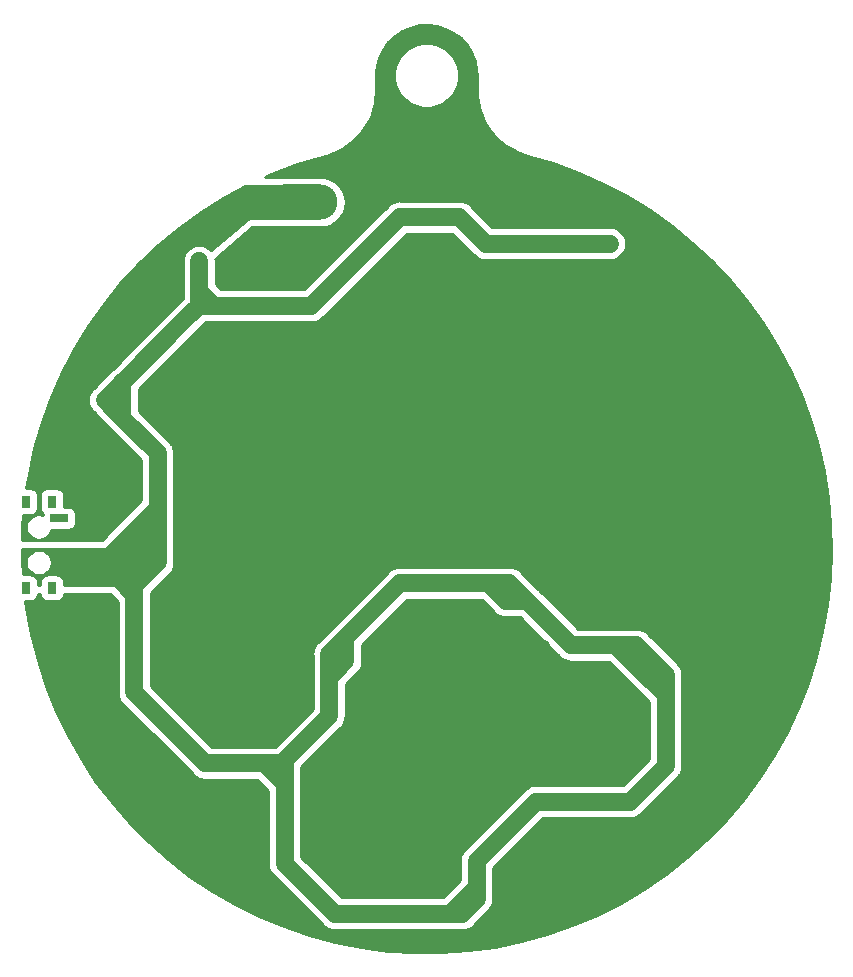
<source format=gbr>
%TF.GenerationSoftware,KiCad,Pcbnew,(5.1.10)-1*%
%TF.CreationDate,2021-10-17T11:09:21+02:00*%
%TF.ProjectId,TVZ_kuglica,54565a5f-6b75-4676-9c69-63612e6b6963,rev?*%
%TF.SameCoordinates,Original*%
%TF.FileFunction,Copper,L2,Bot*%
%TF.FilePolarity,Positive*%
%FSLAX46Y46*%
G04 Gerber Fmt 4.6, Leading zero omitted, Abs format (unit mm)*
G04 Created by KiCad (PCBNEW (5.1.10)-1) date 2021-10-17 11:09:21*
%MOMM*%
%LPD*%
G01*
G04 APERTURE LIST*
%TA.AperFunction,SMDPad,CuDef*%
%ADD10O,6.000000X3.000000*%
%TD*%
%TA.AperFunction,SMDPad,CuDef*%
%ADD11R,1.500000X0.700000*%
%TD*%
%TA.AperFunction,SMDPad,CuDef*%
%ADD12R,0.800000X1.000000*%
%TD*%
%TA.AperFunction,ViaPad*%
%ADD13C,0.800000*%
%TD*%
%TA.AperFunction,Conductor*%
%ADD14C,1.524000*%
%TD*%
%TA.AperFunction,Conductor*%
%ADD15C,0.762000*%
%TD*%
%TA.AperFunction,Conductor*%
%ADD16C,0.254000*%
%TD*%
%TA.AperFunction,Conductor*%
%ADD17C,0.100000*%
%TD*%
G04 APERTURE END LIST*
D10*
%TO.P,BT1,1*%
%TO.N,VCC*%
X126500000Y-70750000D03*
%TO.P,BT1,2*%
%TO.N,GND*%
X145500000Y-70750000D03*
%TD*%
D11*
%TO.P,SW1,1*%
%TO.N,Net-(D1-Pad1)*%
X105930000Y-102000000D03*
%TO.P,SW1,2*%
%TO.N,VCC*%
X105930000Y-99000000D03*
%TO.P,SW1,3*%
%TO.N,Net-(SW1-Pad3)*%
X105930000Y-97500000D03*
D12*
%TO.P,SW1,*%
%TO.N,*%
X103070000Y-103400000D03*
X103070000Y-96100000D03*
X105280000Y-96100000D03*
X105280000Y-103400000D03*
%TD*%
D13*
%TO.N,Net-(D1-Pad1)*%
X144000000Y-103000000D03*
X157250000Y-110750000D03*
X141250000Y-129750000D03*
X109750000Y-87500000D03*
X117750000Y-75750000D03*
X132500000Y-74250000D03*
X152500000Y-74250000D03*
X128750000Y-109000000D03*
X114250000Y-101250000D03*
X115000000Y-115000000D03*
X125000000Y-126750000D03*
%TO.N,GND*%
X118500000Y-126000000D03*
X134750000Y-125750000D03*
X135000000Y-133000000D03*
X145250000Y-126250000D03*
X153750000Y-127750000D03*
X154250000Y-77250000D03*
X130750000Y-73250000D03*
X120250000Y-84000000D03*
X126250000Y-93250000D03*
X120250000Y-105250000D03*
X128250000Y-104000000D03*
X108000000Y-107250000D03*
X118000000Y-110250000D03*
X138000000Y-112250000D03*
X149750000Y-117000000D03*
X147000000Y-108250000D03*
X165000000Y-105250000D03*
X161250000Y-117250000D03*
X155250000Y-97750000D03*
X157750000Y-90000000D03*
X139750000Y-94750000D03*
X161250000Y-110750000D03*
X132750000Y-109000000D03*
X148000000Y-103000000D03*
X119000000Y-115000000D03*
X118250000Y-101250000D03*
X145250000Y-129750000D03*
X113750000Y-87500000D03*
X136500000Y-74250000D03*
X156500000Y-74250000D03*
X121750000Y-75750000D03*
X129000000Y-126750000D03*
%TD*%
D14*
%TO.N,Net-(D1-Pad1)*%
X115000000Y-115000000D02*
X112250000Y-112250000D01*
X112250000Y-112250000D02*
X112250000Y-103250000D01*
X112250000Y-103250000D02*
X114250000Y-101250000D01*
X114250000Y-95250000D02*
X114250000Y-92000000D01*
X111250000Y-86000000D02*
X111375000Y-85875000D01*
X111375000Y-85875000D02*
X116750000Y-80500000D01*
X109750000Y-87500000D02*
X111375000Y-85875000D01*
X111250000Y-89000000D02*
X111250000Y-86000000D01*
X114250000Y-92000000D02*
X111250000Y-89000000D01*
X111250000Y-89000000D02*
X109750000Y-87500000D01*
X145500000Y-104500000D02*
X143750000Y-104500000D01*
X142250000Y-103000000D02*
X134750000Y-103000000D01*
X143750000Y-104500000D02*
X142250000Y-103000000D01*
X144000000Y-103000000D02*
X142250000Y-103000000D01*
X145500000Y-104500000D02*
X144000000Y-103000000D01*
X128750000Y-114250000D02*
X124750000Y-118250000D01*
X118250000Y-118250000D02*
X115000000Y-115000000D01*
X130125000Y-109625000D02*
X128750000Y-111000000D01*
X128750000Y-111000000D02*
X128750000Y-114250000D01*
X128750000Y-109000000D02*
X128750000Y-111000000D01*
X134750000Y-103000000D02*
X130125000Y-107625000D01*
X130125000Y-107625000D02*
X130125000Y-109625000D01*
X130125000Y-107625000D02*
X128750000Y-109000000D01*
X134750000Y-72000000D02*
X132500000Y-74250000D01*
X139750000Y-72000000D02*
X134750000Y-72000000D01*
X142000000Y-74250000D02*
X139750000Y-72000000D01*
X152500000Y-74250000D02*
X142000000Y-74250000D01*
X117750000Y-79500000D02*
X116750000Y-80500000D01*
X127250000Y-79500000D02*
X132500000Y-74250000D01*
X119000000Y-79500000D02*
X117750000Y-78250000D01*
X119500000Y-79500000D02*
X119000000Y-79500000D01*
X117750000Y-75750000D02*
X117750000Y-78250000D01*
X117750000Y-79500000D02*
X119500000Y-79500000D01*
X117750000Y-78250000D02*
X117750000Y-79500000D01*
X119500000Y-79500000D02*
X127250000Y-79500000D01*
X141250000Y-126500000D02*
X146250000Y-121500000D01*
X146250000Y-121500000D02*
X154250000Y-121500000D01*
X154250000Y-121500000D02*
X157250000Y-118500000D01*
X157250000Y-112500000D02*
X157250000Y-110750000D01*
X157250000Y-118500000D02*
X157250000Y-112500000D01*
X157250000Y-110750000D02*
X154750000Y-108250000D01*
X149250000Y-108250000D02*
X147750000Y-106750000D01*
X147750000Y-106750000D02*
X145500000Y-104500000D01*
X157250000Y-112500000D02*
X153000000Y-108250000D01*
X153000000Y-108250000D02*
X149250000Y-108250000D01*
X154750000Y-108250000D02*
X153000000Y-108250000D01*
X112250000Y-101250000D02*
X114250000Y-99250000D01*
X112250000Y-103250000D02*
X112250000Y-101250000D01*
X114250000Y-99250000D02*
X114250000Y-95250000D01*
X114250000Y-101250000D02*
X114250000Y-99250000D01*
X125000000Y-118500000D02*
X124750000Y-118250000D01*
X123250000Y-118250000D02*
X125000000Y-120000000D01*
X125000000Y-120000000D02*
X125000000Y-118500000D01*
X124750000Y-118250000D02*
X123250000Y-118250000D01*
X125000000Y-126750000D02*
X125000000Y-120000000D01*
X123250000Y-118250000D02*
X118250000Y-118250000D01*
X141250000Y-129750000D02*
X140000000Y-131000000D01*
X129250000Y-131000000D02*
X125000000Y-126750000D01*
X138750000Y-131000000D02*
X139000000Y-131000000D01*
X139000000Y-131000000D02*
X141250000Y-128750000D01*
X141250000Y-128750000D02*
X141250000Y-126500000D01*
X141250000Y-129750000D02*
X141250000Y-128750000D01*
X140000000Y-131000000D02*
X138750000Y-131000000D01*
X138750000Y-131000000D02*
X129250000Y-131000000D01*
D15*
%TO.N,VCC*%
X105930000Y-99000000D02*
X108750000Y-99000000D01*
X108750000Y-99000000D02*
X109750000Y-98000000D01*
X109750000Y-98000000D02*
X109750000Y-94000000D01*
X109750000Y-94000000D02*
X107250000Y-91500000D01*
X107250000Y-91500000D02*
X107250000Y-86000000D01*
X107250000Y-86000000D02*
X113500000Y-79750000D01*
X113500000Y-79750000D02*
X113500000Y-77000000D01*
X119750000Y-70750000D02*
X126500000Y-70750000D01*
X113500000Y-77000000D02*
X119750000Y-70750000D01*
%TD*%
D16*
%TO.N,GND*%
X137886138Y-55831059D02*
X138610388Y-56053867D01*
X139283738Y-56401409D01*
X139884901Y-56862699D01*
X140394872Y-57423149D01*
X140797540Y-58065057D01*
X141080170Y-58768122D01*
X141236190Y-59521513D01*
X141265000Y-60021169D01*
X141265001Y-61306272D01*
X141266298Y-61319440D01*
X141278413Y-61656049D01*
X141278863Y-61659632D01*
X141278707Y-61663242D01*
X141287438Y-61747410D01*
X141429908Y-62624862D01*
X141435629Y-62647269D01*
X141438736Y-62670183D01*
X141462234Y-62751474D01*
X141757835Y-63589830D01*
X141767433Y-63610870D01*
X141774549Y-63632871D01*
X141812059Y-63708691D01*
X141812071Y-63708717D01*
X141812077Y-63708725D01*
X142251461Y-64481476D01*
X142264630Y-64500478D01*
X142275533Y-64520879D01*
X142325894Y-64588881D01*
X142895182Y-65271616D01*
X142911512Y-65287990D01*
X142925851Y-65306132D01*
X142987458Y-65364142D01*
X143668651Y-65935276D01*
X143687625Y-65948502D01*
X143704950Y-65963817D01*
X143775855Y-66010000D01*
X144547423Y-66451478D01*
X144568436Y-66461133D01*
X144588200Y-66473139D01*
X144666163Y-66506036D01*
X145503715Y-66803905D01*
X145508021Y-66805017D01*
X145525587Y-66811299D01*
X145542755Y-66816572D01*
X147746053Y-67464098D01*
X149878711Y-68247813D01*
X151954729Y-69171140D01*
X153965017Y-70230036D01*
X155900673Y-71419812D01*
X157753239Y-72735268D01*
X159514561Y-74170616D01*
X161176886Y-75719540D01*
X162732884Y-77375207D01*
X164175738Y-79130360D01*
X165499106Y-80977290D01*
X166697162Y-82907865D01*
X167764630Y-84913581D01*
X168696830Y-86985643D01*
X169489658Y-89114933D01*
X170139624Y-91292080D01*
X170643873Y-93507517D01*
X171000188Y-95751501D01*
X171207004Y-98014175D01*
X171263407Y-100285560D01*
X171169153Y-102555700D01*
X170924654Y-104814605D01*
X170530986Y-107052337D01*
X169989882Y-109259064D01*
X169303718Y-111425077D01*
X168475512Y-113540851D01*
X167508906Y-115597090D01*
X166408155Y-117584736D01*
X165178083Y-119495080D01*
X163824120Y-121319689D01*
X162352204Y-123050560D01*
X160768823Y-124680064D01*
X159080926Y-126201055D01*
X157295931Y-127606843D01*
X155421695Y-128891239D01*
X153466456Y-130048599D01*
X151438820Y-131073832D01*
X149347702Y-131962428D01*
X147202263Y-132710493D01*
X145011999Y-133314718D01*
X142786467Y-133772464D01*
X140535523Y-134081705D01*
X138269022Y-134241089D01*
X135996953Y-134249911D01*
X133729262Y-134108134D01*
X131475992Y-133816385D01*
X129246983Y-133375938D01*
X127052076Y-132788738D01*
X124900917Y-132057366D01*
X122802939Y-131185029D01*
X120767401Y-130175574D01*
X118803237Y-129033435D01*
X116919085Y-127763634D01*
X115123223Y-126371749D01*
X113423564Y-124863914D01*
X111827572Y-123246751D01*
X110342263Y-121527368D01*
X108974171Y-119713331D01*
X107729304Y-117812605D01*
X106613144Y-115833557D01*
X105630601Y-113784897D01*
X104785986Y-111675609D01*
X104083026Y-109515005D01*
X103524797Y-107312547D01*
X103113763Y-105077935D01*
X103051083Y-104538072D01*
X103470000Y-104538072D01*
X103594482Y-104525812D01*
X103714180Y-104489502D01*
X103824494Y-104430537D01*
X103921185Y-104351185D01*
X104000537Y-104254494D01*
X104059502Y-104144180D01*
X104095812Y-104024482D01*
X104108072Y-103900000D01*
X104108072Y-103885000D01*
X104241928Y-103885000D01*
X104241928Y-103900000D01*
X104254188Y-104024482D01*
X104290498Y-104144180D01*
X104349463Y-104254494D01*
X104428815Y-104351185D01*
X104525506Y-104430537D01*
X104635820Y-104489502D01*
X104755518Y-104525812D01*
X104880000Y-104538072D01*
X105680000Y-104538072D01*
X105804482Y-104525812D01*
X105924180Y-104489502D01*
X106034494Y-104430537D01*
X106131185Y-104351185D01*
X106210537Y-104254494D01*
X106269502Y-104144180D01*
X106305812Y-104024482D01*
X106318072Y-103900000D01*
X106318072Y-103885000D01*
X110211858Y-103885000D01*
X110853001Y-104617735D01*
X110853000Y-112181375D01*
X110846241Y-112250000D01*
X110860387Y-112393622D01*
X110873214Y-112523859D01*
X110953096Y-112787194D01*
X111082817Y-113029886D01*
X111257392Y-113242607D01*
X111310704Y-113286359D01*
X114060696Y-116036353D01*
X114060707Y-116036362D01*
X117213645Y-119189302D01*
X117257392Y-119242608D01*
X117470113Y-119417183D01*
X117712805Y-119546904D01*
X117954215Y-119620135D01*
X117976140Y-119626786D01*
X118249999Y-119653759D01*
X118318624Y-119647000D01*
X122671345Y-119647000D01*
X123603001Y-120578657D01*
X123603000Y-126681375D01*
X123596241Y-126750000D01*
X123603000Y-126818624D01*
X123623214Y-127023859D01*
X123703096Y-127287194D01*
X123832817Y-127529886D01*
X124007392Y-127742607D01*
X124060705Y-127786360D01*
X128213641Y-131939297D01*
X128257392Y-131992608D01*
X128432381Y-132136217D01*
X128470113Y-132167183D01*
X128712804Y-132296904D01*
X128976140Y-132376786D01*
X129250000Y-132403759D01*
X129318625Y-132397000D01*
X138931375Y-132397000D01*
X139000000Y-132403759D01*
X139068625Y-132397000D01*
X139931375Y-132397000D01*
X140000000Y-132403759D01*
X140068625Y-132397000D01*
X140273860Y-132376786D01*
X140537195Y-132296904D01*
X140779887Y-132167183D01*
X140992608Y-131992608D01*
X141036364Y-131939292D01*
X142189301Y-130786355D01*
X142242607Y-130742608D01*
X142417183Y-130529887D01*
X142546904Y-130287195D01*
X142626786Y-130023860D01*
X142647000Y-129818625D01*
X142647000Y-129818624D01*
X142653759Y-129750000D01*
X142647000Y-129681375D01*
X142647000Y-128818633D01*
X142653760Y-128750000D01*
X142647000Y-128681368D01*
X142647000Y-127078655D01*
X146828656Y-122897000D01*
X154181375Y-122897000D01*
X154250000Y-122903759D01*
X154318625Y-122897000D01*
X154523860Y-122876786D01*
X154787195Y-122796904D01*
X155029887Y-122667183D01*
X155242608Y-122492608D01*
X155286364Y-122439291D01*
X158189303Y-119536353D01*
X158242607Y-119492608D01*
X158417183Y-119279887D01*
X158437109Y-119242608D01*
X158546904Y-119037196D01*
X158626786Y-118773860D01*
X158653759Y-118500000D01*
X158647000Y-118431375D01*
X158647000Y-112568624D01*
X158653759Y-112500000D01*
X158647000Y-112431375D01*
X158647000Y-110818625D01*
X158653759Y-110750000D01*
X158626786Y-110476140D01*
X158612106Y-110427746D01*
X158546904Y-110212805D01*
X158417183Y-109970113D01*
X158242608Y-109757392D01*
X158189296Y-109713641D01*
X155786364Y-107310709D01*
X155742608Y-107257392D01*
X155529887Y-107082817D01*
X155287195Y-106953096D01*
X155023860Y-106873214D01*
X154818625Y-106853000D01*
X154750000Y-106846241D01*
X154681375Y-106853000D01*
X153068625Y-106853000D01*
X153000000Y-106846241D01*
X152931375Y-106853000D01*
X149828656Y-106853000D01*
X148786357Y-105810702D01*
X148786353Y-105810697D01*
X146536364Y-103560709D01*
X146492608Y-103507392D01*
X146439302Y-103463645D01*
X145036363Y-102060708D01*
X144992608Y-102007392D01*
X144779887Y-101832817D01*
X144537195Y-101703096D01*
X144273860Y-101623214D01*
X144068625Y-101603000D01*
X144000000Y-101596241D01*
X143931375Y-101603000D01*
X142318625Y-101603000D01*
X142250000Y-101596241D01*
X142181375Y-101603000D01*
X134818625Y-101603000D01*
X134750000Y-101596241D01*
X134476140Y-101623214D01*
X134212804Y-101703096D01*
X134143283Y-101740256D01*
X133970113Y-101832817D01*
X133757392Y-102007392D01*
X133713641Y-102060703D01*
X129185705Y-106588640D01*
X129132392Y-106632393D01*
X129088646Y-106685698D01*
X127810704Y-107963641D01*
X127757392Y-108007393D01*
X127582817Y-108220114D01*
X127453096Y-108462806D01*
X127406138Y-108617607D01*
X127373214Y-108726141D01*
X127346241Y-109000000D01*
X127353000Y-109068625D01*
X127353001Y-110931366D01*
X127346241Y-111000000D01*
X127353000Y-111068625D01*
X127353001Y-113671342D01*
X124171345Y-116853000D01*
X123318625Y-116853000D01*
X123250000Y-116846241D01*
X123181375Y-116853000D01*
X118828657Y-116853000D01*
X116036362Y-114060707D01*
X116036353Y-114060696D01*
X113647000Y-111671345D01*
X113647000Y-103828655D01*
X115189306Y-102286351D01*
X115242607Y-102242608D01*
X115287819Y-102187518D01*
X115381954Y-102072813D01*
X115417183Y-102029887D01*
X115546904Y-101787195D01*
X115626786Y-101523860D01*
X115647000Y-101318625D01*
X115647000Y-101318624D01*
X115653759Y-101250001D01*
X115647000Y-101181375D01*
X115647000Y-99318624D01*
X115653759Y-99250001D01*
X115647000Y-99181375D01*
X115647000Y-92068625D01*
X115653759Y-92000000D01*
X115637171Y-91831575D01*
X115626786Y-91726140D01*
X115573325Y-91549902D01*
X115546904Y-91462804D01*
X115417183Y-91220113D01*
X115409539Y-91210799D01*
X115242608Y-91007392D01*
X115189297Y-90963641D01*
X112647000Y-88421345D01*
X112647000Y-86578655D01*
X117786353Y-81439303D01*
X117786357Y-81439298D01*
X118328656Y-80897000D01*
X118931375Y-80897000D01*
X119000000Y-80903759D01*
X119068625Y-80897000D01*
X127181375Y-80897000D01*
X127250000Y-80903759D01*
X127318625Y-80897000D01*
X127523860Y-80876786D01*
X127787195Y-80796904D01*
X128029887Y-80667183D01*
X128242608Y-80492608D01*
X128286364Y-80439291D01*
X133536353Y-75189304D01*
X133536362Y-75189293D01*
X135328656Y-73397000D01*
X139171345Y-73397000D01*
X140963641Y-75189296D01*
X141007392Y-75242608D01*
X141220112Y-75417182D01*
X141220113Y-75417183D01*
X141462804Y-75546904D01*
X141726140Y-75626786D01*
X142000000Y-75653760D01*
X142068632Y-75647000D01*
X152568625Y-75647000D01*
X152773860Y-75626786D01*
X153037195Y-75546904D01*
X153279887Y-75417183D01*
X153492608Y-75242608D01*
X153667183Y-75029887D01*
X153796904Y-74787195D01*
X153876786Y-74523860D01*
X153903759Y-74250000D01*
X153876786Y-73976140D01*
X153796904Y-73712805D01*
X153667183Y-73470113D01*
X153492608Y-73257392D01*
X153279887Y-73082817D01*
X153037195Y-72953096D01*
X152773860Y-72873214D01*
X152568625Y-72853000D01*
X142578656Y-72853000D01*
X140786364Y-71060709D01*
X140742608Y-71007392D01*
X140529887Y-70832817D01*
X140287195Y-70703096D01*
X140023860Y-70623214D01*
X139818625Y-70603000D01*
X139750000Y-70596241D01*
X139681375Y-70603000D01*
X134818632Y-70603000D01*
X134750000Y-70596240D01*
X134476140Y-70623214D01*
X134212804Y-70703096D01*
X134018967Y-70806704D01*
X133970113Y-70832817D01*
X133757392Y-71007392D01*
X133713641Y-71060704D01*
X131560707Y-73213638D01*
X131560696Y-73213647D01*
X126671345Y-78103000D01*
X119578656Y-78103000D01*
X119147000Y-77671345D01*
X119147000Y-75681375D01*
X119133413Y-75543420D01*
X122234902Y-72885000D01*
X128104882Y-72885000D01*
X128418533Y-72854108D01*
X128820982Y-72732026D01*
X129191881Y-72533777D01*
X129516977Y-72266977D01*
X129783777Y-71941881D01*
X129982026Y-71570982D01*
X130104108Y-71168533D01*
X130145330Y-70750000D01*
X130104108Y-70331467D01*
X129982026Y-69929018D01*
X129783777Y-69558119D01*
X129516977Y-69233023D01*
X129191881Y-68966223D01*
X128820982Y-68767974D01*
X128418533Y-68645892D01*
X128104882Y-68615000D01*
X123288837Y-68615000D01*
X123875077Y-68348792D01*
X126001593Y-67548534D01*
X128186747Y-66887862D01*
X128436510Y-66822338D01*
X128452528Y-66817563D01*
X128459226Y-66815987D01*
X128804024Y-66713600D01*
X128807380Y-66712269D01*
X128810916Y-66711517D01*
X128890228Y-66682021D01*
X129704199Y-66324712D01*
X129724464Y-66313571D01*
X129745874Y-66304834D01*
X129818696Y-66261767D01*
X129818710Y-66261759D01*
X129818715Y-66261755D01*
X130556543Y-65765956D01*
X130574511Y-65751406D01*
X130594041Y-65739012D01*
X130658097Y-65683720D01*
X131296470Y-65065093D01*
X131311582Y-65047586D01*
X131328603Y-65031934D01*
X131381840Y-64966192D01*
X131381856Y-64966173D01*
X131381861Y-64966165D01*
X131900590Y-64244277D01*
X131912363Y-64224370D01*
X131926343Y-64205952D01*
X131967109Y-64131800D01*
X132349809Y-63329453D01*
X132357869Y-63307780D01*
X132368369Y-63287173D01*
X132395359Y-63206974D01*
X132629927Y-62349538D01*
X132634022Y-62326778D01*
X132640706Y-62304640D01*
X132653067Y-62220928D01*
X132731782Y-61338949D01*
X132735000Y-61306272D01*
X132735000Y-60032731D01*
X132762021Y-59729963D01*
X134258266Y-59729963D01*
X134258266Y-60270037D01*
X134363629Y-60799734D01*
X134570307Y-61298698D01*
X134870356Y-61747753D01*
X135252247Y-62129644D01*
X135701302Y-62429693D01*
X136200266Y-62636371D01*
X136729963Y-62741734D01*
X137270037Y-62741734D01*
X137799734Y-62636371D01*
X138298698Y-62429693D01*
X138747753Y-62129644D01*
X139129644Y-61747753D01*
X139429693Y-61298698D01*
X139636371Y-60799734D01*
X139741734Y-60270037D01*
X139741734Y-59729963D01*
X139636371Y-59200266D01*
X139429693Y-58701302D01*
X139129644Y-58252247D01*
X138747753Y-57870356D01*
X138298698Y-57570307D01*
X137799734Y-57363629D01*
X137270037Y-57258266D01*
X136729963Y-57258266D01*
X136200266Y-57363629D01*
X135701302Y-57570307D01*
X135252247Y-57870356D01*
X134870356Y-58252247D01*
X134570307Y-58701302D01*
X134363629Y-59200266D01*
X134258266Y-59729963D01*
X132762021Y-59729963D01*
X132805281Y-59245253D01*
X133005231Y-58514357D01*
X133331450Y-57830425D01*
X133773626Y-57215072D01*
X134317789Y-56687741D01*
X134946726Y-56265114D01*
X135640570Y-55960537D01*
X136377386Y-55783643D01*
X137133871Y-55740024D01*
X137886138Y-55831059D01*
%TA.AperFunction,Conductor*%
D17*
G36*
X137886138Y-55831059D02*
G01*
X138610388Y-56053867D01*
X139283738Y-56401409D01*
X139884901Y-56862699D01*
X140394872Y-57423149D01*
X140797540Y-58065057D01*
X141080170Y-58768122D01*
X141236190Y-59521513D01*
X141265000Y-60021169D01*
X141265001Y-61306272D01*
X141266298Y-61319440D01*
X141278413Y-61656049D01*
X141278863Y-61659632D01*
X141278707Y-61663242D01*
X141287438Y-61747410D01*
X141429908Y-62624862D01*
X141435629Y-62647269D01*
X141438736Y-62670183D01*
X141462234Y-62751474D01*
X141757835Y-63589830D01*
X141767433Y-63610870D01*
X141774549Y-63632871D01*
X141812059Y-63708691D01*
X141812071Y-63708717D01*
X141812077Y-63708725D01*
X142251461Y-64481476D01*
X142264630Y-64500478D01*
X142275533Y-64520879D01*
X142325894Y-64588881D01*
X142895182Y-65271616D01*
X142911512Y-65287990D01*
X142925851Y-65306132D01*
X142987458Y-65364142D01*
X143668651Y-65935276D01*
X143687625Y-65948502D01*
X143704950Y-65963817D01*
X143775855Y-66010000D01*
X144547423Y-66451478D01*
X144568436Y-66461133D01*
X144588200Y-66473139D01*
X144666163Y-66506036D01*
X145503715Y-66803905D01*
X145508021Y-66805017D01*
X145525587Y-66811299D01*
X145542755Y-66816572D01*
X147746053Y-67464098D01*
X149878711Y-68247813D01*
X151954729Y-69171140D01*
X153965017Y-70230036D01*
X155900673Y-71419812D01*
X157753239Y-72735268D01*
X159514561Y-74170616D01*
X161176886Y-75719540D01*
X162732884Y-77375207D01*
X164175738Y-79130360D01*
X165499106Y-80977290D01*
X166697162Y-82907865D01*
X167764630Y-84913581D01*
X168696830Y-86985643D01*
X169489658Y-89114933D01*
X170139624Y-91292080D01*
X170643873Y-93507517D01*
X171000188Y-95751501D01*
X171207004Y-98014175D01*
X171263407Y-100285560D01*
X171169153Y-102555700D01*
X170924654Y-104814605D01*
X170530986Y-107052337D01*
X169989882Y-109259064D01*
X169303718Y-111425077D01*
X168475512Y-113540851D01*
X167508906Y-115597090D01*
X166408155Y-117584736D01*
X165178083Y-119495080D01*
X163824120Y-121319689D01*
X162352204Y-123050560D01*
X160768823Y-124680064D01*
X159080926Y-126201055D01*
X157295931Y-127606843D01*
X155421695Y-128891239D01*
X153466456Y-130048599D01*
X151438820Y-131073832D01*
X149347702Y-131962428D01*
X147202263Y-132710493D01*
X145011999Y-133314718D01*
X142786467Y-133772464D01*
X140535523Y-134081705D01*
X138269022Y-134241089D01*
X135996953Y-134249911D01*
X133729262Y-134108134D01*
X131475992Y-133816385D01*
X129246983Y-133375938D01*
X127052076Y-132788738D01*
X124900917Y-132057366D01*
X122802939Y-131185029D01*
X120767401Y-130175574D01*
X118803237Y-129033435D01*
X116919085Y-127763634D01*
X115123223Y-126371749D01*
X113423564Y-124863914D01*
X111827572Y-123246751D01*
X110342263Y-121527368D01*
X108974171Y-119713331D01*
X107729304Y-117812605D01*
X106613144Y-115833557D01*
X105630601Y-113784897D01*
X104785986Y-111675609D01*
X104083026Y-109515005D01*
X103524797Y-107312547D01*
X103113763Y-105077935D01*
X103051083Y-104538072D01*
X103470000Y-104538072D01*
X103594482Y-104525812D01*
X103714180Y-104489502D01*
X103824494Y-104430537D01*
X103921185Y-104351185D01*
X104000537Y-104254494D01*
X104059502Y-104144180D01*
X104095812Y-104024482D01*
X104108072Y-103900000D01*
X104108072Y-103885000D01*
X104241928Y-103885000D01*
X104241928Y-103900000D01*
X104254188Y-104024482D01*
X104290498Y-104144180D01*
X104349463Y-104254494D01*
X104428815Y-104351185D01*
X104525506Y-104430537D01*
X104635820Y-104489502D01*
X104755518Y-104525812D01*
X104880000Y-104538072D01*
X105680000Y-104538072D01*
X105804482Y-104525812D01*
X105924180Y-104489502D01*
X106034494Y-104430537D01*
X106131185Y-104351185D01*
X106210537Y-104254494D01*
X106269502Y-104144180D01*
X106305812Y-104024482D01*
X106318072Y-103900000D01*
X106318072Y-103885000D01*
X110211858Y-103885000D01*
X110853001Y-104617735D01*
X110853000Y-112181375D01*
X110846241Y-112250000D01*
X110860387Y-112393622D01*
X110873214Y-112523859D01*
X110953096Y-112787194D01*
X111082817Y-113029886D01*
X111257392Y-113242607D01*
X111310704Y-113286359D01*
X114060696Y-116036353D01*
X114060707Y-116036362D01*
X117213645Y-119189302D01*
X117257392Y-119242608D01*
X117470113Y-119417183D01*
X117712805Y-119546904D01*
X117954215Y-119620135D01*
X117976140Y-119626786D01*
X118249999Y-119653759D01*
X118318624Y-119647000D01*
X122671345Y-119647000D01*
X123603001Y-120578657D01*
X123603000Y-126681375D01*
X123596241Y-126750000D01*
X123603000Y-126818624D01*
X123623214Y-127023859D01*
X123703096Y-127287194D01*
X123832817Y-127529886D01*
X124007392Y-127742607D01*
X124060705Y-127786360D01*
X128213641Y-131939297D01*
X128257392Y-131992608D01*
X128432381Y-132136217D01*
X128470113Y-132167183D01*
X128712804Y-132296904D01*
X128976140Y-132376786D01*
X129250000Y-132403759D01*
X129318625Y-132397000D01*
X138931375Y-132397000D01*
X139000000Y-132403759D01*
X139068625Y-132397000D01*
X139931375Y-132397000D01*
X140000000Y-132403759D01*
X140068625Y-132397000D01*
X140273860Y-132376786D01*
X140537195Y-132296904D01*
X140779887Y-132167183D01*
X140992608Y-131992608D01*
X141036364Y-131939292D01*
X142189301Y-130786355D01*
X142242607Y-130742608D01*
X142417183Y-130529887D01*
X142546904Y-130287195D01*
X142626786Y-130023860D01*
X142647000Y-129818625D01*
X142647000Y-129818624D01*
X142653759Y-129750000D01*
X142647000Y-129681375D01*
X142647000Y-128818633D01*
X142653760Y-128750000D01*
X142647000Y-128681368D01*
X142647000Y-127078655D01*
X146828656Y-122897000D01*
X154181375Y-122897000D01*
X154250000Y-122903759D01*
X154318625Y-122897000D01*
X154523860Y-122876786D01*
X154787195Y-122796904D01*
X155029887Y-122667183D01*
X155242608Y-122492608D01*
X155286364Y-122439291D01*
X158189303Y-119536353D01*
X158242607Y-119492608D01*
X158417183Y-119279887D01*
X158437109Y-119242608D01*
X158546904Y-119037196D01*
X158626786Y-118773860D01*
X158653759Y-118500000D01*
X158647000Y-118431375D01*
X158647000Y-112568624D01*
X158653759Y-112500000D01*
X158647000Y-112431375D01*
X158647000Y-110818625D01*
X158653759Y-110750000D01*
X158626786Y-110476140D01*
X158612106Y-110427746D01*
X158546904Y-110212805D01*
X158417183Y-109970113D01*
X158242608Y-109757392D01*
X158189296Y-109713641D01*
X155786364Y-107310709D01*
X155742608Y-107257392D01*
X155529887Y-107082817D01*
X155287195Y-106953096D01*
X155023860Y-106873214D01*
X154818625Y-106853000D01*
X154750000Y-106846241D01*
X154681375Y-106853000D01*
X153068625Y-106853000D01*
X153000000Y-106846241D01*
X152931375Y-106853000D01*
X149828656Y-106853000D01*
X148786357Y-105810702D01*
X148786353Y-105810697D01*
X146536364Y-103560709D01*
X146492608Y-103507392D01*
X146439302Y-103463645D01*
X145036363Y-102060708D01*
X144992608Y-102007392D01*
X144779887Y-101832817D01*
X144537195Y-101703096D01*
X144273860Y-101623214D01*
X144068625Y-101603000D01*
X144000000Y-101596241D01*
X143931375Y-101603000D01*
X142318625Y-101603000D01*
X142250000Y-101596241D01*
X142181375Y-101603000D01*
X134818625Y-101603000D01*
X134750000Y-101596241D01*
X134476140Y-101623214D01*
X134212804Y-101703096D01*
X134143283Y-101740256D01*
X133970113Y-101832817D01*
X133757392Y-102007392D01*
X133713641Y-102060703D01*
X129185705Y-106588640D01*
X129132392Y-106632393D01*
X129088646Y-106685698D01*
X127810704Y-107963641D01*
X127757392Y-108007393D01*
X127582817Y-108220114D01*
X127453096Y-108462806D01*
X127406138Y-108617607D01*
X127373214Y-108726141D01*
X127346241Y-109000000D01*
X127353000Y-109068625D01*
X127353001Y-110931366D01*
X127346241Y-111000000D01*
X127353000Y-111068625D01*
X127353001Y-113671342D01*
X124171345Y-116853000D01*
X123318625Y-116853000D01*
X123250000Y-116846241D01*
X123181375Y-116853000D01*
X118828657Y-116853000D01*
X116036362Y-114060707D01*
X116036353Y-114060696D01*
X113647000Y-111671345D01*
X113647000Y-103828655D01*
X115189306Y-102286351D01*
X115242607Y-102242608D01*
X115287819Y-102187518D01*
X115381954Y-102072813D01*
X115417183Y-102029887D01*
X115546904Y-101787195D01*
X115626786Y-101523860D01*
X115647000Y-101318625D01*
X115647000Y-101318624D01*
X115653759Y-101250001D01*
X115647000Y-101181375D01*
X115647000Y-99318624D01*
X115653759Y-99250001D01*
X115647000Y-99181375D01*
X115647000Y-92068625D01*
X115653759Y-92000000D01*
X115637171Y-91831575D01*
X115626786Y-91726140D01*
X115573325Y-91549902D01*
X115546904Y-91462804D01*
X115417183Y-91220113D01*
X115409539Y-91210799D01*
X115242608Y-91007392D01*
X115189297Y-90963641D01*
X112647000Y-88421345D01*
X112647000Y-86578655D01*
X117786353Y-81439303D01*
X117786357Y-81439298D01*
X118328656Y-80897000D01*
X118931375Y-80897000D01*
X119000000Y-80903759D01*
X119068625Y-80897000D01*
X127181375Y-80897000D01*
X127250000Y-80903759D01*
X127318625Y-80897000D01*
X127523860Y-80876786D01*
X127787195Y-80796904D01*
X128029887Y-80667183D01*
X128242608Y-80492608D01*
X128286364Y-80439291D01*
X133536353Y-75189304D01*
X133536362Y-75189293D01*
X135328656Y-73397000D01*
X139171345Y-73397000D01*
X140963641Y-75189296D01*
X141007392Y-75242608D01*
X141220112Y-75417182D01*
X141220113Y-75417183D01*
X141462804Y-75546904D01*
X141726140Y-75626786D01*
X142000000Y-75653760D01*
X142068632Y-75647000D01*
X152568625Y-75647000D01*
X152773860Y-75626786D01*
X153037195Y-75546904D01*
X153279887Y-75417183D01*
X153492608Y-75242608D01*
X153667183Y-75029887D01*
X153796904Y-74787195D01*
X153876786Y-74523860D01*
X153903759Y-74250000D01*
X153876786Y-73976140D01*
X153796904Y-73712805D01*
X153667183Y-73470113D01*
X153492608Y-73257392D01*
X153279887Y-73082817D01*
X153037195Y-72953096D01*
X152773860Y-72873214D01*
X152568625Y-72853000D01*
X142578656Y-72853000D01*
X140786364Y-71060709D01*
X140742608Y-71007392D01*
X140529887Y-70832817D01*
X140287195Y-70703096D01*
X140023860Y-70623214D01*
X139818625Y-70603000D01*
X139750000Y-70596241D01*
X139681375Y-70603000D01*
X134818632Y-70603000D01*
X134750000Y-70596240D01*
X134476140Y-70623214D01*
X134212804Y-70703096D01*
X134018967Y-70806704D01*
X133970113Y-70832817D01*
X133757392Y-71007392D01*
X133713641Y-71060704D01*
X131560707Y-73213638D01*
X131560696Y-73213647D01*
X126671345Y-78103000D01*
X119578656Y-78103000D01*
X119147000Y-77671345D01*
X119147000Y-75681375D01*
X119133413Y-75543420D01*
X122234902Y-72885000D01*
X128104882Y-72885000D01*
X128418533Y-72854108D01*
X128820982Y-72732026D01*
X129191881Y-72533777D01*
X129516977Y-72266977D01*
X129783777Y-71941881D01*
X129982026Y-71570982D01*
X130104108Y-71168533D01*
X130145330Y-70750000D01*
X130104108Y-70331467D01*
X129982026Y-69929018D01*
X129783777Y-69558119D01*
X129516977Y-69233023D01*
X129191881Y-68966223D01*
X128820982Y-68767974D01*
X128418533Y-68645892D01*
X128104882Y-68615000D01*
X123288837Y-68615000D01*
X123875077Y-68348792D01*
X126001593Y-67548534D01*
X128186747Y-66887862D01*
X128436510Y-66822338D01*
X128452528Y-66817563D01*
X128459226Y-66815987D01*
X128804024Y-66713600D01*
X128807380Y-66712269D01*
X128810916Y-66711517D01*
X128890228Y-66682021D01*
X129704199Y-66324712D01*
X129724464Y-66313571D01*
X129745874Y-66304834D01*
X129818696Y-66261767D01*
X129818710Y-66261759D01*
X129818715Y-66261755D01*
X130556543Y-65765956D01*
X130574511Y-65751406D01*
X130594041Y-65739012D01*
X130658097Y-65683720D01*
X131296470Y-65065093D01*
X131311582Y-65047586D01*
X131328603Y-65031934D01*
X131381840Y-64966192D01*
X131381856Y-64966173D01*
X131381861Y-64966165D01*
X131900590Y-64244277D01*
X131912363Y-64224370D01*
X131926343Y-64205952D01*
X131967109Y-64131800D01*
X132349809Y-63329453D01*
X132357869Y-63307780D01*
X132368369Y-63287173D01*
X132395359Y-63206974D01*
X132629927Y-62349538D01*
X132634022Y-62326778D01*
X132640706Y-62304640D01*
X132653067Y-62220928D01*
X132731782Y-61338949D01*
X132735000Y-61306272D01*
X132735000Y-60032731D01*
X132762021Y-59729963D01*
X134258266Y-59729963D01*
X134258266Y-60270037D01*
X134363629Y-60799734D01*
X134570307Y-61298698D01*
X134870356Y-61747753D01*
X135252247Y-62129644D01*
X135701302Y-62429693D01*
X136200266Y-62636371D01*
X136729963Y-62741734D01*
X137270037Y-62741734D01*
X137799734Y-62636371D01*
X138298698Y-62429693D01*
X138747753Y-62129644D01*
X139129644Y-61747753D01*
X139429693Y-61298698D01*
X139636371Y-60799734D01*
X139741734Y-60270037D01*
X139741734Y-59729963D01*
X139636371Y-59200266D01*
X139429693Y-58701302D01*
X139129644Y-58252247D01*
X138747753Y-57870356D01*
X138298698Y-57570307D01*
X137799734Y-57363629D01*
X137270037Y-57258266D01*
X136729963Y-57258266D01*
X136200266Y-57363629D01*
X135701302Y-57570307D01*
X135252247Y-57870356D01*
X134870356Y-58252247D01*
X134570307Y-58701302D01*
X134363629Y-59200266D01*
X134258266Y-59729963D01*
X132762021Y-59729963D01*
X132805281Y-59245253D01*
X133005231Y-58514357D01*
X133331450Y-57830425D01*
X133773626Y-57215072D01*
X134317789Y-56687741D01*
X134946726Y-56265114D01*
X135640570Y-55960537D01*
X136377386Y-55783643D01*
X137133871Y-55740024D01*
X137886138Y-55831059D01*
G37*
%TD.AperFunction*%
D16*
X142713645Y-105439302D02*
X142757392Y-105492608D01*
X142970113Y-105667183D01*
X143212805Y-105796904D01*
X143431930Y-105863375D01*
X143476140Y-105876786D01*
X143749999Y-105903759D01*
X143818624Y-105897000D01*
X144921345Y-105897000D01*
X146810697Y-107786353D01*
X146810702Y-107786357D01*
X148213645Y-109189302D01*
X148257392Y-109242608D01*
X148470113Y-109417183D01*
X148712805Y-109546904D01*
X148956766Y-109620909D01*
X148976140Y-109626786D01*
X149249999Y-109653759D01*
X149318624Y-109647000D01*
X152421345Y-109647000D01*
X155853001Y-113078657D01*
X155853000Y-117921344D01*
X153671345Y-120103000D01*
X146318625Y-120103000D01*
X146250000Y-120096241D01*
X146181375Y-120103000D01*
X145976140Y-120123214D01*
X145712805Y-120203096D01*
X145470113Y-120332817D01*
X145257392Y-120507392D01*
X145213641Y-120560703D01*
X140310704Y-125463641D01*
X140257393Y-125507392D01*
X140082818Y-125720113D01*
X139972169Y-125927123D01*
X139953097Y-125962805D01*
X139873214Y-126226141D01*
X139846241Y-126500000D01*
X139853001Y-126568634D01*
X139853000Y-128171344D01*
X138421345Y-129603000D01*
X129828656Y-129603000D01*
X126397000Y-126171345D01*
X126397000Y-120068624D01*
X126403759Y-120000000D01*
X126397000Y-119931375D01*
X126397000Y-118578655D01*
X129689302Y-115286355D01*
X129742608Y-115242608D01*
X129917183Y-115029887D01*
X130046904Y-114787195D01*
X130126786Y-114523860D01*
X130144041Y-114348667D01*
X130153759Y-114250001D01*
X130147000Y-114181376D01*
X130147000Y-111578655D01*
X131064296Y-110661360D01*
X131117608Y-110617608D01*
X131292183Y-110404887D01*
X131348164Y-110300153D01*
X131421904Y-110162196D01*
X131501786Y-109898860D01*
X131528759Y-109625000D01*
X131522000Y-109556375D01*
X131522000Y-108203655D01*
X135328656Y-104397000D01*
X141671344Y-104397000D01*
X142713645Y-105439302D01*
%TA.AperFunction,Conductor*%
D17*
G36*
X142713645Y-105439302D02*
G01*
X142757392Y-105492608D01*
X142970113Y-105667183D01*
X143212805Y-105796904D01*
X143431930Y-105863375D01*
X143476140Y-105876786D01*
X143749999Y-105903759D01*
X143818624Y-105897000D01*
X144921345Y-105897000D01*
X146810697Y-107786353D01*
X146810702Y-107786357D01*
X148213645Y-109189302D01*
X148257392Y-109242608D01*
X148470113Y-109417183D01*
X148712805Y-109546904D01*
X148956766Y-109620909D01*
X148976140Y-109626786D01*
X149249999Y-109653759D01*
X149318624Y-109647000D01*
X152421345Y-109647000D01*
X155853001Y-113078657D01*
X155853000Y-117921344D01*
X153671345Y-120103000D01*
X146318625Y-120103000D01*
X146250000Y-120096241D01*
X146181375Y-120103000D01*
X145976140Y-120123214D01*
X145712805Y-120203096D01*
X145470113Y-120332817D01*
X145257392Y-120507392D01*
X145213641Y-120560703D01*
X140310704Y-125463641D01*
X140257393Y-125507392D01*
X140082818Y-125720113D01*
X139972169Y-125927123D01*
X139953097Y-125962805D01*
X139873214Y-126226141D01*
X139846241Y-126500000D01*
X139853001Y-126568634D01*
X139853000Y-128171344D01*
X138421345Y-129603000D01*
X129828656Y-129603000D01*
X126397000Y-126171345D01*
X126397000Y-120068624D01*
X126403759Y-120000000D01*
X126397000Y-119931375D01*
X126397000Y-118578655D01*
X129689302Y-115286355D01*
X129742608Y-115242608D01*
X129917183Y-115029887D01*
X130046904Y-114787195D01*
X130126786Y-114523860D01*
X130144041Y-114348667D01*
X130153759Y-114250001D01*
X130147000Y-114181376D01*
X130147000Y-111578655D01*
X131064296Y-110661360D01*
X131117608Y-110617608D01*
X131292183Y-110404887D01*
X131348164Y-110300153D01*
X131421904Y-110162196D01*
X131501786Y-109898860D01*
X131528759Y-109625000D01*
X131522000Y-109556375D01*
X131522000Y-108203655D01*
X135328656Y-104397000D01*
X141671344Y-104397000D01*
X142713645Y-105439302D01*
G37*
%TD.AperFunction*%
%TD*%
D16*
%TO.N,VCC*%
X124873000Y-72123000D02*
X122000000Y-72123000D01*
X121975224Y-72125440D01*
X121951399Y-72132667D01*
X121929443Y-72144403D01*
X121917349Y-72153574D01*
X118799163Y-74826305D01*
X118742607Y-74757392D01*
X118529886Y-74582817D01*
X118287194Y-74453096D01*
X118023859Y-74373214D01*
X117750000Y-74346241D01*
X117476140Y-74373214D01*
X117212805Y-74453096D01*
X116970113Y-74582817D01*
X116757392Y-74757393D01*
X116582817Y-74970114D01*
X116453096Y-75212806D01*
X116373214Y-75476141D01*
X116353000Y-75681376D01*
X116353001Y-78181366D01*
X116346241Y-78250000D01*
X116353000Y-78318625D01*
X116353000Y-78921344D01*
X115810702Y-79463643D01*
X115810697Y-79463647D01*
X110435702Y-84838643D01*
X110435697Y-84838647D01*
X110310699Y-84963645D01*
X110257393Y-85007392D01*
X110213646Y-85060698D01*
X108810698Y-86463647D01*
X108757393Y-86507393D01*
X108679676Y-86602092D01*
X108582818Y-86720114D01*
X108453097Y-86962805D01*
X108373214Y-87226141D01*
X108346241Y-87500000D01*
X108373214Y-87773859D01*
X108453097Y-88037195D01*
X108582818Y-88279886D01*
X108757393Y-88492607D01*
X108810698Y-88536353D01*
X110213649Y-89939306D01*
X110257392Y-89992607D01*
X110310694Y-90036351D01*
X110310696Y-90036353D01*
X110310707Y-90036362D01*
X112853001Y-92578657D01*
X112853000Y-95318624D01*
X112853001Y-95318634D01*
X112853001Y-95998973D01*
X109486974Y-99365000D01*
X102760092Y-99365000D01*
X102778607Y-98279882D01*
X102790035Y-98143137D01*
X103085000Y-98143137D01*
X103085000Y-98356863D01*
X103126696Y-98566483D01*
X103208485Y-98763940D01*
X103327225Y-98941647D01*
X103478353Y-99092775D01*
X103656060Y-99211515D01*
X103853517Y-99293304D01*
X104063137Y-99335000D01*
X104276863Y-99335000D01*
X104486483Y-99293304D01*
X104683940Y-99211515D01*
X104861647Y-99092775D01*
X105012775Y-98941647D01*
X105131515Y-98763940D01*
X105213304Y-98566483D01*
X105228901Y-98488072D01*
X106680000Y-98488072D01*
X106804482Y-98475812D01*
X106924180Y-98439502D01*
X107034494Y-98380537D01*
X107131185Y-98301185D01*
X107210537Y-98204494D01*
X107269502Y-98094180D01*
X107305812Y-97974482D01*
X107318072Y-97850000D01*
X107318072Y-97150000D01*
X107305812Y-97025518D01*
X107269502Y-96905820D01*
X107210537Y-96795506D01*
X107131185Y-96698815D01*
X107034494Y-96619463D01*
X106924180Y-96560498D01*
X106804482Y-96524188D01*
X106680000Y-96511928D01*
X106318072Y-96511928D01*
X106318072Y-95600000D01*
X106305812Y-95475518D01*
X106269502Y-95355820D01*
X106210537Y-95245506D01*
X106131185Y-95148815D01*
X106034494Y-95069463D01*
X105924180Y-95010498D01*
X105804482Y-94974188D01*
X105680000Y-94961928D01*
X104880000Y-94961928D01*
X104755518Y-94974188D01*
X104635820Y-95010498D01*
X104525506Y-95069463D01*
X104428815Y-95148815D01*
X104349463Y-95245506D01*
X104290498Y-95355820D01*
X104254188Y-95475518D01*
X104241928Y-95600000D01*
X104241928Y-96600000D01*
X104254188Y-96724482D01*
X104290498Y-96844180D01*
X104349463Y-96954494D01*
X104428815Y-97051185D01*
X104525506Y-97130537D01*
X104542928Y-97139849D01*
X104541928Y-97150000D01*
X104541928Y-97229662D01*
X104486483Y-97206696D01*
X104276863Y-97165000D01*
X104063137Y-97165000D01*
X103853517Y-97206696D01*
X103656060Y-97288485D01*
X103478353Y-97407225D01*
X103327225Y-97558353D01*
X103208485Y-97736060D01*
X103126696Y-97933517D01*
X103085000Y-98143137D01*
X102790035Y-98143137D01*
X102865678Y-97238072D01*
X103470000Y-97238072D01*
X103594482Y-97225812D01*
X103714180Y-97189502D01*
X103824494Y-97130537D01*
X103921185Y-97051185D01*
X104000537Y-96954494D01*
X104059502Y-96844180D01*
X104095812Y-96724482D01*
X104108072Y-96600000D01*
X104108072Y-95600000D01*
X104095812Y-95475518D01*
X104059502Y-95355820D01*
X104000537Y-95245506D01*
X103921185Y-95148815D01*
X103824494Y-95069463D01*
X103714180Y-95010498D01*
X103594482Y-94974188D01*
X103470000Y-94961928D01*
X103126785Y-94961928D01*
X103306719Y-93768999D01*
X103793749Y-91549706D01*
X104426782Y-89367594D01*
X105203052Y-87232203D01*
X106119133Y-85152960D01*
X107170992Y-83139015D01*
X108354015Y-81199200D01*
X109663000Y-79342048D01*
X111092189Y-77575730D01*
X112635284Y-75908027D01*
X114285522Y-74346247D01*
X116035631Y-72897273D01*
X117877934Y-71567463D01*
X119804304Y-70362683D01*
X121640863Y-69377000D01*
X124873000Y-69377000D01*
X124873000Y-72123000D01*
%TA.AperFunction,Conductor*%
D17*
G36*
X124873000Y-72123000D02*
G01*
X122000000Y-72123000D01*
X121975224Y-72125440D01*
X121951399Y-72132667D01*
X121929443Y-72144403D01*
X121917349Y-72153574D01*
X118799163Y-74826305D01*
X118742607Y-74757392D01*
X118529886Y-74582817D01*
X118287194Y-74453096D01*
X118023859Y-74373214D01*
X117750000Y-74346241D01*
X117476140Y-74373214D01*
X117212805Y-74453096D01*
X116970113Y-74582817D01*
X116757392Y-74757393D01*
X116582817Y-74970114D01*
X116453096Y-75212806D01*
X116373214Y-75476141D01*
X116353000Y-75681376D01*
X116353001Y-78181366D01*
X116346241Y-78250000D01*
X116353000Y-78318625D01*
X116353000Y-78921344D01*
X115810702Y-79463643D01*
X115810697Y-79463647D01*
X110435702Y-84838643D01*
X110435697Y-84838647D01*
X110310699Y-84963645D01*
X110257393Y-85007392D01*
X110213646Y-85060698D01*
X108810698Y-86463647D01*
X108757393Y-86507393D01*
X108679676Y-86602092D01*
X108582818Y-86720114D01*
X108453097Y-86962805D01*
X108373214Y-87226141D01*
X108346241Y-87500000D01*
X108373214Y-87773859D01*
X108453097Y-88037195D01*
X108582818Y-88279886D01*
X108757393Y-88492607D01*
X108810698Y-88536353D01*
X110213649Y-89939306D01*
X110257392Y-89992607D01*
X110310694Y-90036351D01*
X110310696Y-90036353D01*
X110310707Y-90036362D01*
X112853001Y-92578657D01*
X112853000Y-95318624D01*
X112853001Y-95318634D01*
X112853001Y-95998973D01*
X109486974Y-99365000D01*
X102760092Y-99365000D01*
X102778607Y-98279882D01*
X102790035Y-98143137D01*
X103085000Y-98143137D01*
X103085000Y-98356863D01*
X103126696Y-98566483D01*
X103208485Y-98763940D01*
X103327225Y-98941647D01*
X103478353Y-99092775D01*
X103656060Y-99211515D01*
X103853517Y-99293304D01*
X104063137Y-99335000D01*
X104276863Y-99335000D01*
X104486483Y-99293304D01*
X104683940Y-99211515D01*
X104861647Y-99092775D01*
X105012775Y-98941647D01*
X105131515Y-98763940D01*
X105213304Y-98566483D01*
X105228901Y-98488072D01*
X106680000Y-98488072D01*
X106804482Y-98475812D01*
X106924180Y-98439502D01*
X107034494Y-98380537D01*
X107131185Y-98301185D01*
X107210537Y-98204494D01*
X107269502Y-98094180D01*
X107305812Y-97974482D01*
X107318072Y-97850000D01*
X107318072Y-97150000D01*
X107305812Y-97025518D01*
X107269502Y-96905820D01*
X107210537Y-96795506D01*
X107131185Y-96698815D01*
X107034494Y-96619463D01*
X106924180Y-96560498D01*
X106804482Y-96524188D01*
X106680000Y-96511928D01*
X106318072Y-96511928D01*
X106318072Y-95600000D01*
X106305812Y-95475518D01*
X106269502Y-95355820D01*
X106210537Y-95245506D01*
X106131185Y-95148815D01*
X106034494Y-95069463D01*
X105924180Y-95010498D01*
X105804482Y-94974188D01*
X105680000Y-94961928D01*
X104880000Y-94961928D01*
X104755518Y-94974188D01*
X104635820Y-95010498D01*
X104525506Y-95069463D01*
X104428815Y-95148815D01*
X104349463Y-95245506D01*
X104290498Y-95355820D01*
X104254188Y-95475518D01*
X104241928Y-95600000D01*
X104241928Y-96600000D01*
X104254188Y-96724482D01*
X104290498Y-96844180D01*
X104349463Y-96954494D01*
X104428815Y-97051185D01*
X104525506Y-97130537D01*
X104542928Y-97139849D01*
X104541928Y-97150000D01*
X104541928Y-97229662D01*
X104486483Y-97206696D01*
X104276863Y-97165000D01*
X104063137Y-97165000D01*
X103853517Y-97206696D01*
X103656060Y-97288485D01*
X103478353Y-97407225D01*
X103327225Y-97558353D01*
X103208485Y-97736060D01*
X103126696Y-97933517D01*
X103085000Y-98143137D01*
X102790035Y-98143137D01*
X102865678Y-97238072D01*
X103470000Y-97238072D01*
X103594482Y-97225812D01*
X103714180Y-97189502D01*
X103824494Y-97130537D01*
X103921185Y-97051185D01*
X104000537Y-96954494D01*
X104059502Y-96844180D01*
X104095812Y-96724482D01*
X104108072Y-96600000D01*
X104108072Y-95600000D01*
X104095812Y-95475518D01*
X104059502Y-95355820D01*
X104000537Y-95245506D01*
X103921185Y-95148815D01*
X103824494Y-95069463D01*
X103714180Y-95010498D01*
X103594482Y-94974188D01*
X103470000Y-94961928D01*
X103126785Y-94961928D01*
X103306719Y-93768999D01*
X103793749Y-91549706D01*
X104426782Y-89367594D01*
X105203052Y-87232203D01*
X106119133Y-85152960D01*
X107170992Y-83139015D01*
X108354015Y-81199200D01*
X109663000Y-79342048D01*
X111092189Y-77575730D01*
X112635284Y-75908027D01*
X114285522Y-74346247D01*
X116035631Y-72897273D01*
X117877934Y-71567463D01*
X119804304Y-70362683D01*
X121640863Y-69377000D01*
X124873000Y-69377000D01*
X124873000Y-72123000D01*
G37*
%TD.AperFunction*%
%TD*%
D16*
%TO.N,Net-(D1-Pad1)*%
X114123000Y-101197394D02*
X112160197Y-103160197D01*
X112144403Y-103179443D01*
X112132667Y-103201399D01*
X112125440Y-103225224D01*
X112123000Y-103250000D01*
X112123000Y-104911996D01*
X110595577Y-103166370D01*
X110577425Y-103149331D01*
X110556298Y-103136160D01*
X110533007Y-103127364D01*
X110500000Y-103123000D01*
X106318072Y-103123000D01*
X106318072Y-102900000D01*
X106305812Y-102775518D01*
X106269502Y-102655820D01*
X106210537Y-102545506D01*
X106131185Y-102448815D01*
X106034494Y-102369463D01*
X105924180Y-102310498D01*
X105804482Y-102274188D01*
X105680000Y-102261928D01*
X104880000Y-102261928D01*
X104755518Y-102274188D01*
X104635820Y-102310498D01*
X104525506Y-102369463D01*
X104428815Y-102448815D01*
X104349463Y-102545506D01*
X104290498Y-102655820D01*
X104254188Y-102775518D01*
X104241928Y-102900000D01*
X104241928Y-103123000D01*
X104108072Y-103123000D01*
X104108072Y-102900000D01*
X104095812Y-102775518D01*
X104059502Y-102655820D01*
X104000537Y-102545506D01*
X103921185Y-102448815D01*
X103824494Y-102369463D01*
X103714180Y-102310498D01*
X103594482Y-102274188D01*
X103470000Y-102261928D01*
X102824164Y-102261928D01*
X102769006Y-101143137D01*
X103085000Y-101143137D01*
X103085000Y-101356863D01*
X103126696Y-101566483D01*
X103208485Y-101763940D01*
X103327225Y-101941647D01*
X103478353Y-102092775D01*
X103656060Y-102211515D01*
X103853517Y-102293304D01*
X104063137Y-102335000D01*
X104276863Y-102335000D01*
X104486483Y-102293304D01*
X104683940Y-102211515D01*
X104861647Y-102092775D01*
X105012775Y-101941647D01*
X105131515Y-101763940D01*
X105213304Y-101566483D01*
X105255000Y-101356863D01*
X105255000Y-101143137D01*
X105213304Y-100933517D01*
X105131515Y-100736060D01*
X105012775Y-100558353D01*
X104861647Y-100407225D01*
X104683940Y-100288485D01*
X104486483Y-100206696D01*
X104276863Y-100165000D01*
X104063137Y-100165000D01*
X103853517Y-100206696D01*
X103656060Y-100288485D01*
X103478353Y-100407225D01*
X103327225Y-100558353D01*
X103208485Y-100736060D01*
X103126696Y-100933517D01*
X103085000Y-101143137D01*
X102769006Y-101143137D01*
X102739845Y-100551658D01*
X102747091Y-100127000D01*
X109750000Y-100127000D01*
X109774776Y-100124560D01*
X109798601Y-100117333D01*
X109820557Y-100105597D01*
X109839803Y-100089803D01*
X114123000Y-95806606D01*
X114123000Y-101197394D01*
%TA.AperFunction,Conductor*%
D17*
G36*
X114123000Y-101197394D02*
G01*
X112160197Y-103160197D01*
X112144403Y-103179443D01*
X112132667Y-103201399D01*
X112125440Y-103225224D01*
X112123000Y-103250000D01*
X112123000Y-104911996D01*
X110595577Y-103166370D01*
X110577425Y-103149331D01*
X110556298Y-103136160D01*
X110533007Y-103127364D01*
X110500000Y-103123000D01*
X106318072Y-103123000D01*
X106318072Y-102900000D01*
X106305812Y-102775518D01*
X106269502Y-102655820D01*
X106210537Y-102545506D01*
X106131185Y-102448815D01*
X106034494Y-102369463D01*
X105924180Y-102310498D01*
X105804482Y-102274188D01*
X105680000Y-102261928D01*
X104880000Y-102261928D01*
X104755518Y-102274188D01*
X104635820Y-102310498D01*
X104525506Y-102369463D01*
X104428815Y-102448815D01*
X104349463Y-102545506D01*
X104290498Y-102655820D01*
X104254188Y-102775518D01*
X104241928Y-102900000D01*
X104241928Y-103123000D01*
X104108072Y-103123000D01*
X104108072Y-102900000D01*
X104095812Y-102775518D01*
X104059502Y-102655820D01*
X104000537Y-102545506D01*
X103921185Y-102448815D01*
X103824494Y-102369463D01*
X103714180Y-102310498D01*
X103594482Y-102274188D01*
X103470000Y-102261928D01*
X102824164Y-102261928D01*
X102769006Y-101143137D01*
X103085000Y-101143137D01*
X103085000Y-101356863D01*
X103126696Y-101566483D01*
X103208485Y-101763940D01*
X103327225Y-101941647D01*
X103478353Y-102092775D01*
X103656060Y-102211515D01*
X103853517Y-102293304D01*
X104063137Y-102335000D01*
X104276863Y-102335000D01*
X104486483Y-102293304D01*
X104683940Y-102211515D01*
X104861647Y-102092775D01*
X105012775Y-101941647D01*
X105131515Y-101763940D01*
X105213304Y-101566483D01*
X105255000Y-101356863D01*
X105255000Y-101143137D01*
X105213304Y-100933517D01*
X105131515Y-100736060D01*
X105012775Y-100558353D01*
X104861647Y-100407225D01*
X104683940Y-100288485D01*
X104486483Y-100206696D01*
X104276863Y-100165000D01*
X104063137Y-100165000D01*
X103853517Y-100206696D01*
X103656060Y-100288485D01*
X103478353Y-100407225D01*
X103327225Y-100558353D01*
X103208485Y-100736060D01*
X103126696Y-100933517D01*
X103085000Y-101143137D01*
X102769006Y-101143137D01*
X102739845Y-100551658D01*
X102747091Y-100127000D01*
X109750000Y-100127000D01*
X109774776Y-100124560D01*
X109798601Y-100117333D01*
X109820557Y-100105597D01*
X109839803Y-100089803D01*
X114123000Y-95806606D01*
X114123000Y-101197394D01*
G37*
%TD.AperFunction*%
%TD*%
M02*

</source>
